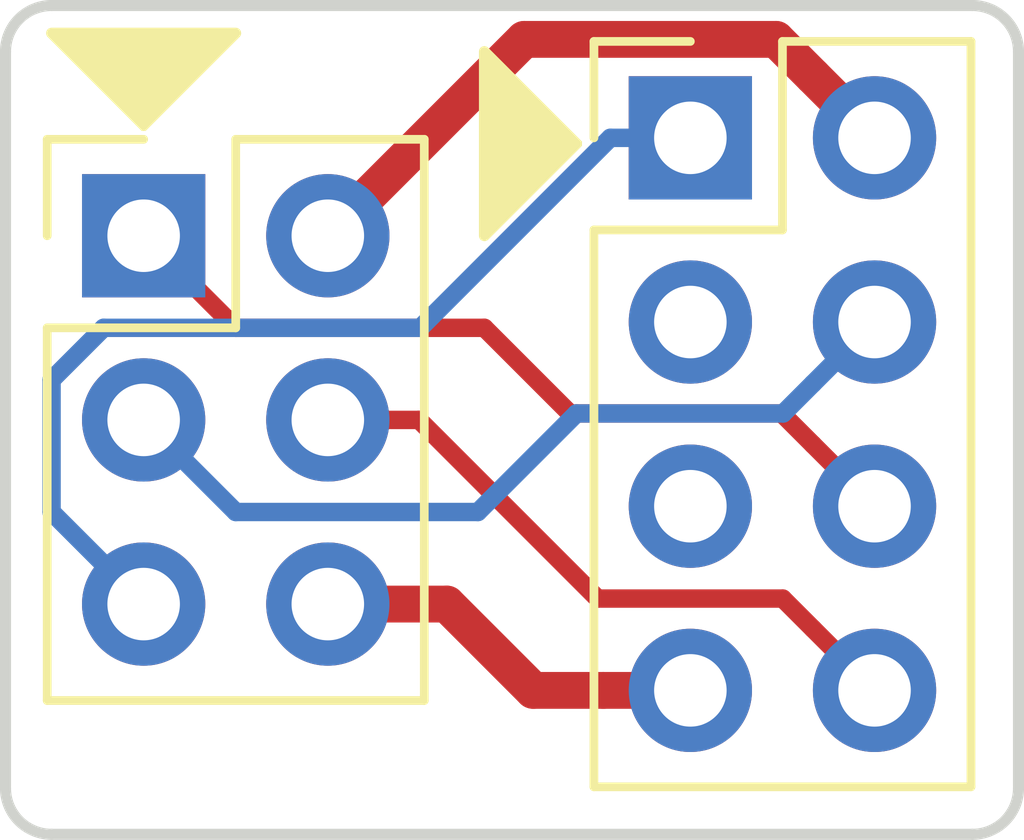
<source format=kicad_pcb>
(kicad_pcb (version 20171130) (host pcbnew 5.0.2+dfsg1-1)

  (general
    (thickness 1.6)
    (drawings 11)
    (tracks 31)
    (zones 0)
    (modules 2)
    (nets 7)
  )

  (page USLetter)
  (title_block
    (title "Project Title")
  )

  (layers
    (0 F.Cu signal)
    (31 B.Cu signal)
    (34 B.Paste user hide)
    (35 F.Paste user hide)
    (36 B.SilkS user)
    (37 F.SilkS user)
    (38 B.Mask user hide)
    (39 F.Mask user hide)
    (40 Dwgs.User user hide)
    (44 Edge.Cuts user)
    (46 B.CrtYd user hide)
    (47 F.CrtYd user hide)
    (48 B.Fab user hide)
    (49 F.Fab user hide)
  )

  (setup
    (last_trace_width 0.508)
    (user_trace_width 0.1524)
    (user_trace_width 0.381)
    (user_trace_width 0.508)
    (user_trace_width 0.635)
    (user_trace_width 0.762)
    (user_trace_width 1.27)
    (user_trace_width 2.032)
    (trace_clearance 0.254)
    (zone_clearance 0.508)
    (zone_45_only no)
    (trace_min 0.1524)
    (segment_width 0.1524)
    (edge_width 0.1524)
    (via_size 0.6858)
    (via_drill 0.3302)
    (via_min_size 0.6858)
    (via_min_drill 0.3302)
    (user_via 0.6858 0.3302)
    (user_via 0.762 0.381)
    (user_via 1.016 0.508)
    (user_via 1.27 0.635)
    (uvia_size 0.6858)
    (uvia_drill 0.3302)
    (uvias_allowed no)
    (uvia_min_size 0)
    (uvia_min_drill 0)
    (pcb_text_width 0.1524)
    (pcb_text_size 1.016 1.016)
    (mod_edge_width 0.1524)
    (mod_text_size 1.016 1.016)
    (mod_text_width 0.1524)
    (pad_size 1.524 1.524)
    (pad_drill 0.762)
    (pad_to_mask_clearance 0.0508)
    (solder_mask_min_width 0.1016)
    (pad_to_paste_clearance -0.0508)
    (aux_axis_origin 0 0)
    (visible_elements FFFEDF7D)
    (pcbplotparams
      (layerselection 0x310fc_80000001)
      (usegerberextensions true)
      (usegerberattributes false)
      (usegerberadvancedattributes false)
      (creategerberjobfile false)
      (excludeedgelayer true)
      (linewidth 0.100000)
      (plotframeref false)
      (viasonmask false)
      (mode 1)
      (useauxorigin false)
      (hpglpennumber 1)
      (hpglpenspeed 20)
      (hpglpendiameter 15.000000)
      (psnegative false)
      (psa4output false)
      (plotreference true)
      (plotvalue true)
      (plotinvisibletext false)
      (padsonsilk false)
      (subtractmaskfromsilk false)
      (outputformat 1)
      (mirror false)
      (drillshape 0)
      (scaleselection 1)
      (outputdirectory "gerbers"))
  )

  (net 0 "")
  (net 1 /MISO)
  (net 2 /3V3)
  (net 3 /SCL)
  (net 4 /MOSI)
  (net 5 /CS_RST)
  (net 6 /GND)

  (net_class Default "This is the default net class."
    (clearance 0.254)
    (trace_width 0.254)
    (via_dia 0.6858)
    (via_drill 0.3302)
    (uvia_dia 0.6858)
    (uvia_drill 0.3302)
    (add_net /3V3)
    (add_net /CS_RST)
    (add_net /GND)
    (add_net /MISO)
    (add_net /MOSI)
    (add_net /SCL)
  )

  (module Connector_PinHeader_2.54mm:PinHeader_2x03_P2.54mm_Vertical (layer F.Cu) (tedit 5FB56FD6) (tstamp 5FC54BC1)
    (at 122.555 80.645)
    (descr "Through hole straight pin header, 2x03, 2.54mm pitch, double rows")
    (tags "Through hole pin header THT 2x03 2.54mm double row")
    (path /5EBF440E)
    (fp_text reference J1 (at 1.27 -2.33) (layer F.SilkS) hide
      (effects (font (size 1 1) (thickness 0.15)))
    )
    (fp_text value Conn_02x03_Odd_Even (at 1.27 7.41) (layer F.Fab)
      (effects (font (size 1 1) (thickness 0.15)))
    )
    (fp_line (start 0 -1.27) (end 3.81 -1.27) (layer F.Fab) (width 0.1))
    (fp_line (start 3.81 -1.27) (end 3.81 6.35) (layer F.Fab) (width 0.1))
    (fp_line (start 3.81 6.35) (end -1.27 6.35) (layer F.Fab) (width 0.1))
    (fp_line (start -1.27 6.35) (end -1.27 0) (layer F.Fab) (width 0.1))
    (fp_line (start -1.27 0) (end 0 -1.27) (layer F.Fab) (width 0.1))
    (fp_line (start -1.33 6.41) (end 3.87 6.41) (layer F.SilkS) (width 0.12))
    (fp_line (start -1.33 1.27) (end -1.33 6.41) (layer F.SilkS) (width 0.12))
    (fp_line (start 3.87 -1.33) (end 3.87 6.41) (layer F.SilkS) (width 0.12))
    (fp_line (start -1.33 1.27) (end 1.27 1.27) (layer F.SilkS) (width 0.12))
    (fp_line (start 1.27 1.27) (end 1.27 -1.33) (layer F.SilkS) (width 0.12))
    (fp_line (start 1.27 -1.33) (end 3.87 -1.33) (layer F.SilkS) (width 0.12))
    (fp_line (start -1.33 0) (end -1.33 -1.33) (layer F.SilkS) (width 0.12))
    (fp_line (start -1.33 -1.33) (end 0 -1.33) (layer F.SilkS) (width 0.12))
    (fp_line (start -1.8 -1.8) (end -1.8 6.85) (layer F.CrtYd) (width 0.05))
    (fp_line (start -1.8 6.85) (end 4.35 6.85) (layer F.CrtYd) (width 0.05))
    (fp_line (start 4.35 6.85) (end 4.35 -1.8) (layer F.CrtYd) (width 0.05))
    (fp_line (start 4.35 -1.8) (end -1.8 -1.8) (layer F.CrtYd) (width 0.05))
    (fp_text user %R (at 1.27 2.54 90) (layer F.Fab)
      (effects (font (size 1 1) (thickness 0.15)))
    )
    (pad 1 thru_hole rect (at 0 0) (size 1.7 1.7) (drill 1) (layers *.Cu *.Mask)
      (net 1 /MISO))
    (pad 2 thru_hole oval (at 2.54 0) (size 1.7 1.7) (drill 1) (layers *.Cu *.Mask)
      (net 2 /3V3))
    (pad 3 thru_hole oval (at 0 2.54) (size 1.7 1.7) (drill 1) (layers *.Cu *.Mask)
      (net 3 /SCL))
    (pad 4 thru_hole oval (at 2.54 2.54) (size 1.7 1.7) (drill 1) (layers *.Cu *.Mask)
      (net 4 /MOSI))
    (pad 5 thru_hole oval (at 0 5.08) (size 1.7 1.7) (drill 1) (layers *.Cu *.Mask)
      (net 5 /CS_RST))
    (pad 6 thru_hole oval (at 2.54 5.08) (size 1.7 1.7) (drill 1) (layers *.Cu *.Mask)
      (net 6 /GND))
    (model ${KISYS3DMOD}/Connector_PinHeader_2.54mm.3dshapes/PinHeader_2x03_P2.54mm_Vertical.wrl
      (at (xyz 0 0 0))
      (scale (xyz 1 1 1))
      (rotate (xyz 0 0 0))
    )
  )

  (module Connector_PinHeader_2.54mm:PinHeader_2x04_P2.54mm_Vertical (layer F.Cu) (tedit 5FB56FD1) (tstamp 5FC54BDF)
    (at 130.095001 79.295001)
    (descr "Through hole straight pin header, 2x04, 2.54mm pitch, double rows")
    (tags "Through hole pin header THT 2x04 2.54mm double row")
    (path /5FB560B9)
    (fp_text reference J2 (at 1.27 -2.33) (layer F.SilkS) hide
      (effects (font (size 1 1) (thickness 0.15)))
    )
    (fp_text value Conn_02x03_Odd_Even (at 1.27 9.95) (layer F.Fab)
      (effects (font (size 1 1) (thickness 0.15)))
    )
    (fp_line (start 0 -1.27) (end 3.81 -1.27) (layer F.Fab) (width 0.1))
    (fp_line (start 3.81 -1.27) (end 3.81 8.89) (layer F.Fab) (width 0.1))
    (fp_line (start 3.81 8.89) (end -1.27 8.89) (layer F.Fab) (width 0.1))
    (fp_line (start -1.27 8.89) (end -1.27 0) (layer F.Fab) (width 0.1))
    (fp_line (start -1.27 0) (end 0 -1.27) (layer F.Fab) (width 0.1))
    (fp_line (start -1.33 8.95) (end 3.87 8.95) (layer F.SilkS) (width 0.12))
    (fp_line (start -1.33 1.27) (end -1.33 8.95) (layer F.SilkS) (width 0.12))
    (fp_line (start 3.87 -1.33) (end 3.87 8.95) (layer F.SilkS) (width 0.12))
    (fp_line (start -1.33 1.27) (end 1.27 1.27) (layer F.SilkS) (width 0.12))
    (fp_line (start 1.27 1.27) (end 1.27 -1.33) (layer F.SilkS) (width 0.12))
    (fp_line (start 1.27 -1.33) (end 3.87 -1.33) (layer F.SilkS) (width 0.12))
    (fp_line (start -1.33 0) (end -1.33 -1.33) (layer F.SilkS) (width 0.12))
    (fp_line (start -1.33 -1.33) (end 0 -1.33) (layer F.SilkS) (width 0.12))
    (fp_line (start -1.8 -1.8) (end -1.8 9.4) (layer F.CrtYd) (width 0.05))
    (fp_line (start -1.8 9.4) (end 4.35 9.4) (layer F.CrtYd) (width 0.05))
    (fp_line (start 4.35 9.4) (end 4.35 -1.8) (layer F.CrtYd) (width 0.05))
    (fp_line (start 4.35 -1.8) (end -1.8 -1.8) (layer F.CrtYd) (width 0.05))
    (fp_text user %R (at 1.27 3.81 90) (layer F.Fab)
      (effects (font (size 1 1) (thickness 0.15)))
    )
    (pad 1 thru_hole rect (at 0 0) (size 1.7 1.7) (drill 1) (layers *.Cu *.Mask)
      (net 5 /CS_RST))
    (pad 2 thru_hole oval (at 2.54 0) (size 1.7 1.7) (drill 1) (layers *.Cu *.Mask)
      (net 2 /3V3))
    (pad 3 thru_hole oval (at 0 2.54) (size 1.7 1.7) (drill 1) (layers *.Cu *.Mask))
    (pad 4 thru_hole oval (at 2.54 2.54) (size 1.7 1.7) (drill 1) (layers *.Cu *.Mask)
      (net 3 /SCL))
    (pad 5 thru_hole oval (at 0 5.08) (size 1.7 1.7) (drill 1) (layers *.Cu *.Mask))
    (pad 6 thru_hole oval (at 2.54 5.08) (size 1.7 1.7) (drill 1) (layers *.Cu *.Mask)
      (net 1 /MISO))
    (pad 7 thru_hole oval (at 0 7.62) (size 1.7 1.7) (drill 1) (layers *.Cu *.Mask)
      (net 6 /GND))
    (pad 8 thru_hole oval (at 2.54 7.62) (size 1.7 1.7) (drill 1) (layers *.Cu *.Mask)
      (net 4 /MOSI))
    (model ${KISYS3DMOD}/Connector_PinHeader_2.54mm.3dshapes/PinHeader_2x04_P2.54mm_Vertical.wrl
      (at (xyz 0 0 0))
      (scale (xyz 1 1 1))
      (rotate (xyz 0 0 0))
    )
  )

  (gr_poly (pts (xy 121.285 77.851) (xy 122.555 79.121) (xy 123.825 77.851)) (layer F.SilkS) (width 0.15))
  (gr_poly (pts (xy 127.254 78.105) (xy 127.254 80.645) (xy 128.524 79.375)) (layer F.SilkS) (width 0.15))
  (gr_arc (start 133.985 78.105) (end 134.62 78.105) (angle -90) (layer Edge.Cuts) (width 0.1524))
  (gr_arc (start 133.985 88.265) (end 133.985 88.9) (angle -90) (layer Edge.Cuts) (width 0.1524))
  (gr_arc (start 121.285 88.265) (end 120.65 88.265) (angle -90) (layer Edge.Cuts) (width 0.1524))
  (gr_arc (start 121.285 78.105) (end 121.285 77.47) (angle -90) (layer Edge.Cuts) (width 0.1524))
  (gr_line (start 120.65 78.105) (end 120.65 88.265) (layer Edge.Cuts) (width 0.1524))
  (gr_line (start 133.985 88.9) (end 121.285 88.9) (layer Edge.Cuts) (width 0.1524))
  (gr_line (start 134.62 78.105) (end 134.62 88.265) (layer Edge.Cuts) (width 0.1524))
  (gr_line (start 121.285 77.47) (end 133.985 77.47) (layer Edge.Cuts) (width 0.1524))
  (gr_text "FABRICATION NOTES\n\n1. THIS IS A 2 LAYER BOARD. \n2. EXTERNAL LAYERS SHALL HAVE 1 OZ COPPER.\n3. MATERIAL: FR4 AND 0.062 INCH +/- 10% THICK.\n4. BOARDS SHALL BE ROHS COMPLIANT. \n5. MANUFACTURE IN ACCORDANCE WITH IPC-6012 CLASS 2\n6. MASK: BOTH SIDES OF THE BOARD SHALL HAVE \n   SOLDER MASK (ANY COLOR) OVER BARE COPPER. \n7. SILK: BOTH SIDES OF THE BOARD SHALL HAVE \n   WHITE SILKSCREEN. DO NOT PLACE SILK OVER BARE COPPER.\n8. FINISH: ENIG.\n9. MINIMUM TRACE WIDTH - 0.006 INCH.\n   MINIMUM SPACE - 0.006 INCH.\n   MINIMUM HOLE DIA - 0.013 INCH. \n10. MAX HOLE PLACEMENT TOLERANCE OF +/- 0.003 INCH.\n11. MAX HOLE DIAMETER TOLERANCE OF +/- 0.003 INCH AFTER PLATING." (at 16.51 171.45) (layer Dwgs.User)
    (effects (font (size 2.032 2.032) (thickness 0.254)) (justify left))
  )

  (segment (start 131.785002 83.525002) (end 132.635001 84.375001) (width 0.254) (layer F.Cu) (net 1))
  (segment (start 128.4351 83.0961) (end 131.3561 83.0961) (width 0.254) (layer F.Cu) (net 1))
  (segment (start 131.3561 83.0961) (end 131.785002 83.525002) (width 0.254) (layer F.Cu) (net 1))
  (segment (start 127.254 81.915) (end 128.4351 83.0961) (width 0.254) (layer F.Cu) (net 1))
  (segment (start 122.555 80.645) (end 123.825 81.915) (width 0.254) (layer F.Cu) (net 1))
  (segment (start 123.825 81.915) (end 127.254 81.915) (width 0.254) (layer F.Cu) (net 1))
  (segment (start 131.785002 78.445002) (end 132.635001 79.295001) (width 0.508) (layer F.Cu) (net 2))
  (segment (start 127.803 77.937) (end 131.277 77.937) (width 0.508) (layer F.Cu) (net 2))
  (segment (start 131.277 77.937) (end 131.785002 78.445002) (width 0.508) (layer F.Cu) (net 2))
  (segment (start 125.095 80.645) (end 127.803 77.937) (width 0.508) (layer F.Cu) (net 2))
  (segment (start 131.373902 83.0961) (end 131.785002 82.685) (width 0.254) (layer B.Cu) (net 3))
  (segment (start 127.1651 84.455) (end 128.524 83.0961) (width 0.254) (layer B.Cu) (net 3))
  (segment (start 131.785002 82.685) (end 132.635001 81.835001) (width 0.254) (layer B.Cu) (net 3))
  (segment (start 128.524 83.0961) (end 131.373902 83.0961) (width 0.254) (layer B.Cu) (net 3))
  (segment (start 122.555 83.185) (end 123.825 84.455) (width 0.254) (layer B.Cu) (net 3))
  (segment (start 123.825 84.455) (end 127.1651 84.455) (width 0.254) (layer B.Cu) (net 3))
  (segment (start 131.3688 85.6488) (end 131.785002 86.065002) (width 0.254) (layer F.Cu) (net 4))
  (segment (start 131.785002 86.065002) (end 132.635001 86.915001) (width 0.254) (layer F.Cu) (net 4))
  (segment (start 128.8161 85.6488) (end 131.3688 85.6488) (width 0.254) (layer F.Cu) (net 4))
  (segment (start 125.095 83.185) (end 126.3523 83.185) (width 0.254) (layer F.Cu) (net 4))
  (segment (start 126.3523 83.185) (end 128.8161 85.6488) (width 0.254) (layer F.Cu) (net 4))
  (segment (start 126.371002 81.915) (end 128.991001 79.295001) (width 0.254) (layer B.Cu) (net 5))
  (segment (start 122.003118 81.915) (end 126.371002 81.915) (width 0.254) (layer B.Cu) (net 5))
  (segment (start 121.285 82.633118) (end 122.003118 81.915) (width 0.254) (layer B.Cu) (net 5))
  (segment (start 122.555 85.725) (end 121.285 84.455) (width 0.254) (layer B.Cu) (net 5))
  (segment (start 128.991001 79.295001) (end 130.095001 79.295001) (width 0.254) (layer B.Cu) (net 5))
  (segment (start 121.285 84.455) (end 121.285 82.633118) (width 0.254) (layer B.Cu) (net 5))
  (segment (start 128.89292 86.915001) (end 130.095001 86.915001) (width 0.508) (layer F.Cu) (net 6))
  (segment (start 127.926963 86.915001) (end 128.89292 86.915001) (width 0.508) (layer F.Cu) (net 6))
  (segment (start 126.736962 85.725) (end 127.926963 86.915001) (width 0.508) (layer F.Cu) (net 6))
  (segment (start 125.095 85.725) (end 126.736962 85.725) (width 0.508) (layer F.Cu) (net 6))

)

</source>
